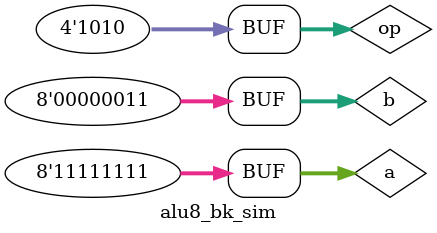
<source format=v>
`timescale 1ns / 1ps


module alu8_bk_sim(    );

    // input
    reg [7:0] a = 8'h16;
    reg [7:0] b = 8'h12;
    reg [3:0] op = 4'b0000;   // ¼Ó·¨
        
    //output
    wire [7:0] res;
    wire cf;
    wire ovf;
    wire sf;
    wire zf;
    
    // initial
    alu8_bk_wrapper U (.a(a),.b(b),.op(op),.res(res),.cf(cf),.ovf(ovf),.sf(sf),.zf(zf));
    initial begin
    #200 op = 4'b0001;                                          // ¼õ·¨
    #200 begin a = 8'h7f; b = 8'h2; op = 4'b0000; end
    #200 begin a = 8'hff; b = 8'h2; op = 4'b0000; end
    #200 begin a = 8'h16; b = 8'h17; op = 4'b0001; end
    #200 begin a = 8'hf0; b = 8'h0f; op = 4'b0100; end         // Óë
    #200 begin a = 8'hf0; b = 8'h0f; op = 4'b0101; end         // »ò
    #200 begin a = 8'hf0; b = 8'h0f; op = 4'b0110; end         // ·Ç
    #200 begin a = 8'hff; b = 8'hff; op = 4'b0111; end         // Òì»ò
    #200 begin a = 8'hff; b = 8'h03; op = 4'b1000; end         // Âß¼­ÓÒÒÆ
    #200 begin a = 8'hff; b = 8'h03; op = 4'b1001; end         // ËãÊýÓÒÒÆ
    #200 begin a = 8'hff; b = 8'h03; op = 4'b1010; end         // ×óÒÆ
    end
endmodule

</source>
